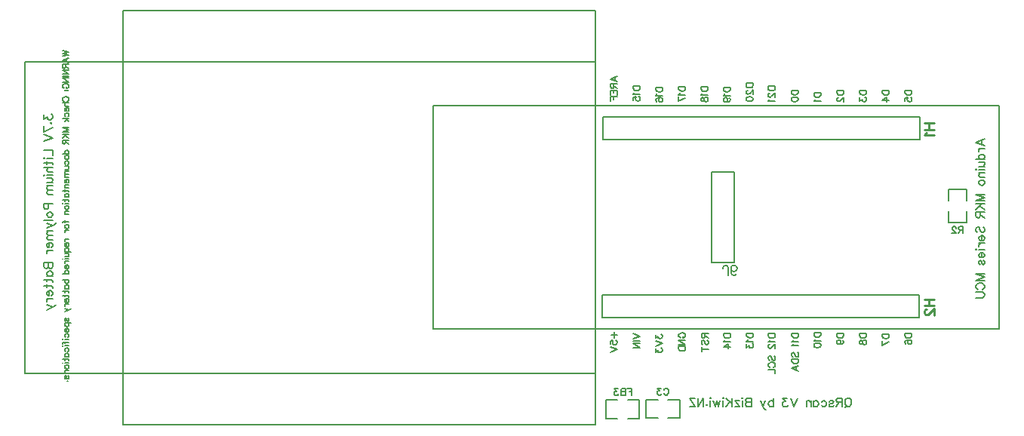
<source format=gbo>
G04 Layer: BottomSilkscreenLayer*
G04 EasyEDA v6.4.31, 2022-02-02 03:50:30*
G04 0b916ec405ec4e9094bbf8359c402fb2,658f5e24285b455797eae137c281a567,10*
G04 Gerber Generator version 0.2*
G04 Scale: 100 percent, Rotated: No, Reflected: No *
G04 Dimensions in millimeters *
G04 leading zeros omitted , absolute positions ,4 integer and 5 decimal *
%FSLAX45Y45*%
%MOMM*%

%ADD20C,0.2030*%
%ADD21C,0.2032*%
%ADD22C,0.1999*%
%ADD23C,0.2500*%
%ADD24C,0.1524*%
%ADD25C,0.1500*%

%LPD*%
D21*
X7069373Y181729D02*
G01*
X7145736Y210820D01*
X7069373Y181729D02*
G01*
X7145736Y152638D01*
X7120282Y199910D02*
G01*
X7120282Y163548D01*
X7069373Y128638D02*
G01*
X7145736Y128638D01*
X7069373Y128638D02*
G01*
X7069373Y95910D01*
X7073008Y85001D01*
X7076645Y81366D01*
X7083917Y77729D01*
X7091189Y77729D01*
X7098464Y81366D01*
X7102099Y85001D01*
X7105736Y95910D01*
X7105736Y128638D01*
X7105736Y103184D02*
G01*
X7145736Y77729D01*
X7069373Y53728D02*
G01*
X7145736Y53728D01*
X7069373Y53728D02*
G01*
X7069373Y6456D01*
X7105736Y53728D02*
G01*
X7105736Y24637D01*
X7145736Y53728D02*
G01*
X7145736Y6456D01*
X7069373Y-17543D02*
G01*
X7145736Y-17543D01*
X7069373Y-17543D02*
G01*
X7069373Y-64815D01*
X7105736Y-17543D02*
G01*
X7105736Y-46634D01*
X7323373Y104139D02*
G01*
X7399736Y104139D01*
X7323373Y104139D02*
G01*
X7323373Y78686D01*
X7327008Y67777D01*
X7334283Y60502D01*
X7341555Y56868D01*
X7352464Y53230D01*
X7370645Y53230D01*
X7381554Y56868D01*
X7388826Y60502D01*
X7396099Y67777D01*
X7399736Y78686D01*
X7399736Y104139D01*
X7337917Y29230D02*
G01*
X7334283Y21958D01*
X7323373Y11048D01*
X7399736Y11048D01*
X7323373Y-56586D02*
G01*
X7323373Y-20223D01*
X7356099Y-16586D01*
X7352464Y-20223D01*
X7348827Y-31132D01*
X7348827Y-42042D01*
X7352464Y-52951D01*
X7359736Y-60223D01*
X7370645Y-63860D01*
X7377917Y-63860D01*
X7388826Y-60223D01*
X7396099Y-52951D01*
X7399736Y-42042D01*
X7399736Y-31132D01*
X7396099Y-20223D01*
X7392464Y-16586D01*
X7385189Y-12951D01*
X7577373Y91439D02*
G01*
X7653736Y91439D01*
X7577373Y91439D02*
G01*
X7577373Y65986D01*
X7581008Y55077D01*
X7588283Y47802D01*
X7595555Y44168D01*
X7606464Y40530D01*
X7624645Y40530D01*
X7635554Y44168D01*
X7642826Y47802D01*
X7650099Y55077D01*
X7653736Y65986D01*
X7653736Y91439D01*
X7591917Y16530D02*
G01*
X7588283Y9258D01*
X7577373Y-1651D01*
X7653736Y-1651D01*
X7588283Y-69286D02*
G01*
X7581008Y-65651D01*
X7577373Y-54742D01*
X7577373Y-47470D01*
X7581008Y-36560D01*
X7591917Y-29286D01*
X7610099Y-25651D01*
X7628282Y-25651D01*
X7642826Y-29286D01*
X7650099Y-36560D01*
X7653736Y-47470D01*
X7653736Y-51104D01*
X7650099Y-62014D01*
X7642826Y-69286D01*
X7631917Y-72923D01*
X7628282Y-72923D01*
X7617373Y-69286D01*
X7610099Y-62014D01*
X7606464Y-51104D01*
X7606464Y-47470D01*
X7610099Y-36560D01*
X7617373Y-29286D01*
X7628282Y-25651D01*
X7833913Y99060D02*
G01*
X7910276Y99060D01*
X7833913Y99060D02*
G01*
X7833913Y73606D01*
X7837548Y62697D01*
X7844823Y55422D01*
X7852095Y51788D01*
X7863004Y48150D01*
X7881185Y48150D01*
X7892094Y51788D01*
X7899366Y55422D01*
X7906638Y62697D01*
X7910276Y73606D01*
X7910276Y99060D01*
X7848457Y24150D02*
G01*
X7844823Y16878D01*
X7833913Y5969D01*
X7910276Y5969D01*
X7833913Y-68940D02*
G01*
X7910276Y-32575D01*
X7833913Y-18031D02*
G01*
X7833913Y-68940D01*
X8085373Y96520D02*
G01*
X8161736Y96520D01*
X8085373Y96520D02*
G01*
X8085373Y71066D01*
X8089008Y60157D01*
X8096283Y52882D01*
X8103555Y49248D01*
X8114464Y45610D01*
X8132645Y45610D01*
X8143554Y49248D01*
X8150826Y52882D01*
X8158099Y60157D01*
X8161736Y71066D01*
X8161736Y96520D01*
X8099917Y21610D02*
G01*
X8096283Y14338D01*
X8085373Y3429D01*
X8161736Y3429D01*
X8085373Y-38752D02*
G01*
X8089008Y-27843D01*
X8096283Y-24206D01*
X8103555Y-24206D01*
X8110827Y-27843D01*
X8114464Y-35115D01*
X8118099Y-49662D01*
X8121736Y-60571D01*
X8129008Y-67843D01*
X8136282Y-71480D01*
X8147189Y-71480D01*
X8154464Y-67843D01*
X8158099Y-64206D01*
X8161736Y-53296D01*
X8161736Y-38752D01*
X8158099Y-27843D01*
X8154464Y-24206D01*
X8147189Y-20571D01*
X8136282Y-20571D01*
X8129008Y-24206D01*
X8121736Y-31480D01*
X8118099Y-42390D01*
X8114464Y-56934D01*
X8110827Y-64206D01*
X8103555Y-67843D01*
X8096283Y-67843D01*
X8089008Y-64206D01*
X8085373Y-53296D01*
X8085373Y-38752D01*
X8334293Y91439D02*
G01*
X8410656Y91439D01*
X8334293Y91439D02*
G01*
X8334293Y65986D01*
X8337928Y55077D01*
X8345203Y47802D01*
X8352475Y44168D01*
X8363384Y40530D01*
X8381565Y40530D01*
X8392474Y44168D01*
X8399746Y47802D01*
X8407018Y55077D01*
X8410656Y65986D01*
X8410656Y91439D01*
X8348837Y16530D02*
G01*
X8345203Y9258D01*
X8334293Y-1651D01*
X8410656Y-1651D01*
X8359747Y-72923D02*
G01*
X8370656Y-69286D01*
X8377928Y-62014D01*
X8381565Y-51104D01*
X8381565Y-47470D01*
X8377928Y-36560D01*
X8370656Y-29286D01*
X8359747Y-25651D01*
X8356109Y-25651D01*
X8345203Y-29286D01*
X8337928Y-36560D01*
X8334293Y-47470D01*
X8334293Y-51104D01*
X8337928Y-62014D01*
X8345203Y-69286D01*
X8359747Y-72923D01*
X8377928Y-72923D01*
X8396109Y-69286D01*
X8407018Y-62014D01*
X8410656Y-51104D01*
X8410656Y-43832D01*
X8407018Y-32923D01*
X8399746Y-29286D01*
X8590833Y134620D02*
G01*
X8667196Y134620D01*
X8590833Y134620D02*
G01*
X8590833Y109166D01*
X8594468Y98257D01*
X8601743Y90982D01*
X8609015Y87348D01*
X8619924Y83710D01*
X8638105Y83710D01*
X8649014Y87348D01*
X8656286Y90982D01*
X8663559Y98257D01*
X8667196Y109166D01*
X8667196Y134620D01*
X8609015Y56075D02*
G01*
X8605377Y56075D01*
X8598105Y52438D01*
X8594468Y48801D01*
X8590833Y41529D01*
X8590833Y26984D01*
X8594468Y19710D01*
X8598105Y16075D01*
X8605377Y12438D01*
X8612649Y12438D01*
X8619924Y16075D01*
X8630833Y23347D01*
X8667196Y59710D01*
X8667196Y8801D01*
X8590833Y-37015D02*
G01*
X8594468Y-26106D01*
X8605377Y-18834D01*
X8623559Y-15196D01*
X8634468Y-15196D01*
X8652649Y-18834D01*
X8663559Y-26106D01*
X8667196Y-37015D01*
X8667196Y-44289D01*
X8663559Y-55196D01*
X8652649Y-62471D01*
X8634468Y-66106D01*
X8623559Y-66106D01*
X8605377Y-62471D01*
X8594468Y-55196D01*
X8590833Y-44289D01*
X8590833Y-37015D01*
X8837213Y101600D02*
G01*
X8913576Y101600D01*
X8837213Y101600D02*
G01*
X8837213Y76146D01*
X8840848Y65237D01*
X8848123Y57962D01*
X8855395Y54328D01*
X8866304Y50690D01*
X8884485Y50690D01*
X8895394Y54328D01*
X8902666Y57962D01*
X8909938Y65237D01*
X8913576Y76146D01*
X8913576Y101600D01*
X8855395Y23055D02*
G01*
X8851757Y23055D01*
X8844485Y19418D01*
X8840848Y15781D01*
X8837213Y8509D01*
X8837213Y-6035D01*
X8840848Y-13309D01*
X8844485Y-16944D01*
X8851757Y-20581D01*
X8859029Y-20581D01*
X8866304Y-16944D01*
X8877213Y-9672D01*
X8913576Y26690D01*
X8913576Y-24218D01*
X8851757Y-48216D02*
G01*
X8848123Y-55491D01*
X8837213Y-66400D01*
X8913576Y-66400D01*
X9096293Y55879D02*
G01*
X9172656Y55879D01*
X9096293Y55879D02*
G01*
X9096293Y30426D01*
X9099928Y19517D01*
X9107203Y12242D01*
X9114475Y8608D01*
X9125384Y4970D01*
X9143565Y4970D01*
X9154474Y8608D01*
X9161746Y12242D01*
X9169018Y19517D01*
X9172656Y30426D01*
X9172656Y55879D01*
X9096293Y-40848D02*
G01*
X9099928Y-29938D01*
X9110837Y-22664D01*
X9129019Y-19029D01*
X9139928Y-19029D01*
X9158109Y-22664D01*
X9169018Y-29938D01*
X9172656Y-40848D01*
X9172656Y-48120D01*
X9169018Y-59029D01*
X9158109Y-66301D01*
X9139928Y-69938D01*
X9129019Y-69938D01*
X9110837Y-66301D01*
X9099928Y-59029D01*
X9096293Y-48120D01*
X9096293Y-40848D01*
X9350293Y27939D02*
G01*
X9426656Y27939D01*
X9350293Y27939D02*
G01*
X9350293Y2486D01*
X9353928Y-8422D01*
X9361203Y-15697D01*
X9368475Y-19331D01*
X9379384Y-22969D01*
X9397565Y-22969D01*
X9408474Y-19331D01*
X9415746Y-15697D01*
X9423018Y-8422D01*
X9426656Y2486D01*
X9426656Y27939D01*
X9364837Y-46969D02*
G01*
X9361203Y-54241D01*
X9350293Y-65151D01*
X9426656Y-65151D01*
X9609373Y53339D02*
G01*
X9685736Y53339D01*
X9609373Y53339D02*
G01*
X9609373Y27886D01*
X9613008Y16977D01*
X9620283Y9702D01*
X9627555Y6068D01*
X9638464Y2430D01*
X9656645Y2430D01*
X9667554Y6068D01*
X9674826Y9702D01*
X9682099Y16977D01*
X9685736Y27886D01*
X9685736Y53339D01*
X9627555Y-25204D02*
G01*
X9623917Y-25204D01*
X9616645Y-28841D01*
X9613008Y-32478D01*
X9609373Y-39751D01*
X9609373Y-54295D01*
X9613008Y-61569D01*
X9616645Y-65204D01*
X9623917Y-68841D01*
X9631189Y-68841D01*
X9638464Y-65204D01*
X9649373Y-57932D01*
X9685736Y-21569D01*
X9685736Y-72478D01*
X9863373Y55879D02*
G01*
X9939736Y55879D01*
X9863373Y55879D02*
G01*
X9863373Y30426D01*
X9867008Y19517D01*
X9874283Y12242D01*
X9881555Y8608D01*
X9892464Y4970D01*
X9910645Y4970D01*
X9921554Y8608D01*
X9928826Y12242D01*
X9936099Y19517D01*
X9939736Y30426D01*
X9939736Y55879D01*
X9863373Y-26301D02*
G01*
X9863373Y-66301D01*
X9892464Y-44483D01*
X9892464Y-55392D01*
X9896099Y-62664D01*
X9899736Y-66301D01*
X9910645Y-69938D01*
X9917917Y-69938D01*
X9928826Y-66301D01*
X9936099Y-59029D01*
X9939736Y-48120D01*
X9939736Y-37211D01*
X9936099Y-26301D01*
X9932464Y-22664D01*
X9925189Y-19029D01*
X10119913Y53339D02*
G01*
X10196276Y53339D01*
X10119913Y53339D02*
G01*
X10119913Y27886D01*
X10123548Y16977D01*
X10130823Y9702D01*
X10138095Y6068D01*
X10149004Y2430D01*
X10167185Y2430D01*
X10178094Y6068D01*
X10185366Y9702D01*
X10192638Y16977D01*
X10196276Y27886D01*
X10196276Y53339D01*
X10119913Y-57932D02*
G01*
X10170822Y-21569D01*
X10170822Y-76113D01*
X10119913Y-57932D02*
G01*
X10196276Y-57932D01*
X10373913Y53339D02*
G01*
X10450276Y53339D01*
X10373913Y53339D02*
G01*
X10373913Y27886D01*
X10377548Y16977D01*
X10384823Y9702D01*
X10392095Y6068D01*
X10403004Y2430D01*
X10421185Y2430D01*
X10432094Y6068D01*
X10439366Y9702D01*
X10446638Y16977D01*
X10450276Y27886D01*
X10450276Y53339D01*
X10373913Y-65204D02*
G01*
X10373913Y-28841D01*
X10406639Y-25204D01*
X10403004Y-28841D01*
X10399367Y-39751D01*
X10399367Y-50660D01*
X10403004Y-61569D01*
X10410276Y-68841D01*
X10421185Y-72478D01*
X10428457Y-72478D01*
X10439366Y-68841D01*
X10446638Y-61569D01*
X10450276Y-50660D01*
X10450276Y-39751D01*
X10446638Y-28841D01*
X10443004Y-25204D01*
X10435729Y-21569D01*
X7075203Y-2692107D02*
G01*
X7140656Y-2692107D01*
X7107928Y-2659379D02*
G01*
X7107928Y-2724833D01*
X7064293Y-2792470D02*
G01*
X7064293Y-2756108D01*
X7097019Y-2752470D01*
X7093384Y-2756108D01*
X7089747Y-2767015D01*
X7089747Y-2777924D01*
X7093384Y-2788833D01*
X7100656Y-2796108D01*
X7111565Y-2799742D01*
X7118837Y-2799742D01*
X7129746Y-2796108D01*
X7137018Y-2788833D01*
X7140656Y-2777924D01*
X7140656Y-2767015D01*
X7137018Y-2756108D01*
X7133384Y-2752470D01*
X7126109Y-2748833D01*
X7064293Y-2823743D02*
G01*
X7140656Y-2852834D01*
X7064293Y-2881924D02*
G01*
X7140656Y-2852834D01*
X7318293Y-2674620D02*
G01*
X7394656Y-2703710D01*
X7318293Y-2732801D02*
G01*
X7394656Y-2703710D01*
X7318293Y-2756801D02*
G01*
X7394656Y-2756801D01*
X7318293Y-2780802D02*
G01*
X7394656Y-2780802D01*
X7318293Y-2780802D02*
G01*
X7394656Y-2831711D01*
X7318293Y-2831711D02*
G01*
X7394656Y-2831711D01*
X7572293Y-2686972D02*
G01*
X7572293Y-2726971D01*
X7601384Y-2705153D01*
X7601384Y-2716062D01*
X7605019Y-2723337D01*
X7608656Y-2726971D01*
X7619565Y-2730609D01*
X7626837Y-2730609D01*
X7637746Y-2726971D01*
X7645018Y-2719699D01*
X7648656Y-2708790D01*
X7648656Y-2697881D01*
X7645018Y-2686972D01*
X7641384Y-2683337D01*
X7634109Y-2679700D01*
X7572293Y-2754609D02*
G01*
X7648656Y-2783700D01*
X7572293Y-2812790D02*
G01*
X7648656Y-2783700D01*
X7572293Y-2844063D02*
G01*
X7572293Y-2884063D01*
X7601384Y-2862244D01*
X7601384Y-2873154D01*
X7605019Y-2880426D01*
X7608656Y-2884063D01*
X7619565Y-2887700D01*
X7626837Y-2887700D01*
X7637746Y-2884063D01*
X7645018Y-2876791D01*
X7648656Y-2865881D01*
X7648656Y-2854972D01*
X7645018Y-2844063D01*
X7641384Y-2840426D01*
X7634109Y-2836791D01*
X7852095Y-2721546D02*
G01*
X7844823Y-2717909D01*
X7837548Y-2710637D01*
X7833913Y-2703362D01*
X7833913Y-2688818D01*
X7837548Y-2681546D01*
X7844823Y-2674272D01*
X7852095Y-2670637D01*
X7863004Y-2667000D01*
X7881185Y-2667000D01*
X7892094Y-2670637D01*
X7899366Y-2674272D01*
X7906638Y-2681546D01*
X7910276Y-2688818D01*
X7910276Y-2703362D01*
X7906638Y-2710637D01*
X7899366Y-2717909D01*
X7892094Y-2721546D01*
X7881185Y-2721546D01*
X7881185Y-2703362D02*
G01*
X7881185Y-2721546D01*
X7833913Y-2745544D02*
G01*
X7910276Y-2745544D01*
X7833913Y-2745544D02*
G01*
X7910276Y-2796453D01*
X7833913Y-2796453D02*
G01*
X7910276Y-2796453D01*
X7833913Y-2820454D02*
G01*
X7910276Y-2820454D01*
X7833913Y-2820454D02*
G01*
X7833913Y-2845909D01*
X7837548Y-2856816D01*
X7844823Y-2864091D01*
X7852095Y-2867726D01*
X7863004Y-2871363D01*
X7881185Y-2871363D01*
X7892094Y-2867726D01*
X7899366Y-2864091D01*
X7906638Y-2856816D01*
X7910276Y-2845909D01*
X7910276Y-2820454D01*
X8090453Y-2672079D02*
G01*
X8166816Y-2672079D01*
X8090453Y-2672079D02*
G01*
X8090453Y-2704807D01*
X8094088Y-2715717D01*
X8097725Y-2719351D01*
X8104997Y-2722989D01*
X8112269Y-2722989D01*
X8119544Y-2719351D01*
X8123179Y-2715717D01*
X8126816Y-2704807D01*
X8126816Y-2672079D01*
X8126816Y-2697533D02*
G01*
X8166816Y-2722989D01*
X8101363Y-2797898D02*
G01*
X8094088Y-2790624D01*
X8090453Y-2779715D01*
X8090453Y-2765170D01*
X8094088Y-2754261D01*
X8101363Y-2746989D01*
X8108635Y-2746989D01*
X8115907Y-2750624D01*
X8119544Y-2754261D01*
X8123179Y-2761533D01*
X8130453Y-2783352D01*
X8134088Y-2790624D01*
X8137725Y-2794261D01*
X8144997Y-2797898D01*
X8155906Y-2797898D01*
X8163179Y-2790624D01*
X8166816Y-2779715D01*
X8166816Y-2765170D01*
X8163179Y-2754261D01*
X8155906Y-2746989D01*
X8090453Y-2847352D02*
G01*
X8166816Y-2847352D01*
X8090453Y-2821896D02*
G01*
X8090453Y-2872806D01*
X8339373Y-2674620D02*
G01*
X8415736Y-2674620D01*
X8339373Y-2674620D02*
G01*
X8339373Y-2700073D01*
X8343008Y-2710982D01*
X8350283Y-2718257D01*
X8357555Y-2721891D01*
X8368464Y-2725529D01*
X8386645Y-2725529D01*
X8397554Y-2721891D01*
X8404826Y-2718257D01*
X8412099Y-2710982D01*
X8415736Y-2700073D01*
X8415736Y-2674620D01*
X8353917Y-2749529D02*
G01*
X8350283Y-2756801D01*
X8339373Y-2767711D01*
X8415736Y-2767711D01*
X8339373Y-2828074D02*
G01*
X8390282Y-2791711D01*
X8390282Y-2846255D01*
X8339373Y-2828074D02*
G01*
X8415736Y-2828074D01*
X8595913Y-2669539D02*
G01*
X8672276Y-2669539D01*
X8595913Y-2669539D02*
G01*
X8595913Y-2694993D01*
X8599548Y-2705902D01*
X8606823Y-2713177D01*
X8614095Y-2716811D01*
X8625004Y-2720449D01*
X8643185Y-2720449D01*
X8654094Y-2716811D01*
X8661366Y-2713177D01*
X8668638Y-2705902D01*
X8672276Y-2694993D01*
X8672276Y-2669539D01*
X8610457Y-2744449D02*
G01*
X8606823Y-2751721D01*
X8595913Y-2762630D01*
X8672276Y-2762630D01*
X8595913Y-2793903D02*
G01*
X8595913Y-2833903D01*
X8625004Y-2812084D01*
X8625004Y-2822994D01*
X8628639Y-2830266D01*
X8632276Y-2833903D01*
X8643185Y-2837540D01*
X8650457Y-2837540D01*
X8661366Y-2833903D01*
X8668638Y-2826631D01*
X8672276Y-2815722D01*
X8672276Y-2804812D01*
X8668638Y-2793903D01*
X8665004Y-2790266D01*
X8657729Y-2786631D01*
X8839753Y-2674620D02*
G01*
X8916116Y-2674620D01*
X8839753Y-2674620D02*
G01*
X8839753Y-2700073D01*
X8843388Y-2710982D01*
X8850663Y-2718257D01*
X8857935Y-2721891D01*
X8868844Y-2725529D01*
X8887025Y-2725529D01*
X8897934Y-2721891D01*
X8905206Y-2718257D01*
X8912479Y-2710982D01*
X8916116Y-2700073D01*
X8916116Y-2674620D01*
X8854297Y-2749529D02*
G01*
X8850663Y-2756801D01*
X8839753Y-2767711D01*
X8916116Y-2767711D01*
X8857935Y-2795346D02*
G01*
X8854297Y-2795346D01*
X8847025Y-2798983D01*
X8843388Y-2802620D01*
X8839753Y-2809892D01*
X8839753Y-2824436D01*
X8843388Y-2831711D01*
X8847025Y-2835346D01*
X8854297Y-2838983D01*
X8861569Y-2838983D01*
X8868844Y-2835346D01*
X8879753Y-2828074D01*
X8916116Y-2791711D01*
X8916116Y-2842620D01*
X8850663Y-2973529D02*
G01*
X8843388Y-2966255D01*
X8839753Y-2955345D01*
X8839753Y-2940801D01*
X8843388Y-2929892D01*
X8850663Y-2922620D01*
X8857935Y-2922620D01*
X8865207Y-2926255D01*
X8868844Y-2929892D01*
X8872479Y-2937164D01*
X8879753Y-2958983D01*
X8883388Y-2966255D01*
X8887025Y-2969892D01*
X8894297Y-2973529D01*
X8905206Y-2973529D01*
X8912479Y-2966255D01*
X8916116Y-2955345D01*
X8916116Y-2940801D01*
X8912479Y-2929892D01*
X8905206Y-2922620D01*
X8857935Y-3052074D02*
G01*
X8850663Y-3048436D01*
X8843388Y-3041164D01*
X8839753Y-3033892D01*
X8839753Y-3019346D01*
X8843388Y-3012074D01*
X8850663Y-3004802D01*
X8857935Y-3001164D01*
X8868844Y-2997527D01*
X8887025Y-2997527D01*
X8897934Y-3001164D01*
X8905206Y-3004802D01*
X8912479Y-3012074D01*
X8916116Y-3019346D01*
X8916116Y-3033892D01*
X8912479Y-3041164D01*
X8905206Y-3048436D01*
X8897934Y-3052074D01*
X8839753Y-3076074D02*
G01*
X8916116Y-3076074D01*
X8916116Y-3076074D02*
G01*
X8916116Y-3119709D01*
X9103913Y-2672079D02*
G01*
X9180276Y-2672079D01*
X9103913Y-2672079D02*
G01*
X9103913Y-2697533D01*
X9107548Y-2708442D01*
X9114823Y-2715717D01*
X9122095Y-2719351D01*
X9133004Y-2722989D01*
X9151185Y-2722989D01*
X9162094Y-2719351D01*
X9169366Y-2715717D01*
X9176638Y-2708442D01*
X9180276Y-2697533D01*
X9180276Y-2672079D01*
X9118457Y-2746989D02*
G01*
X9114823Y-2754261D01*
X9103913Y-2765170D01*
X9180276Y-2765170D01*
X9118457Y-2789171D02*
G01*
X9114823Y-2796443D01*
X9103913Y-2807352D01*
X9180276Y-2807352D01*
X9114823Y-2938261D02*
G01*
X9107548Y-2930989D01*
X9103913Y-2920080D01*
X9103913Y-2905533D01*
X9107548Y-2894624D01*
X9114823Y-2887352D01*
X9122095Y-2887352D01*
X9129367Y-2890989D01*
X9133004Y-2894624D01*
X9136639Y-2901896D01*
X9143913Y-2923715D01*
X9147548Y-2930989D01*
X9151185Y-2934624D01*
X9158457Y-2938261D01*
X9169366Y-2938261D01*
X9176638Y-2930989D01*
X9180276Y-2920080D01*
X9180276Y-2905533D01*
X9176638Y-2894624D01*
X9169366Y-2887352D01*
X9103913Y-2962262D02*
G01*
X9180276Y-2962262D01*
X9103913Y-2962262D02*
G01*
X9103913Y-2987715D01*
X9107548Y-2998624D01*
X9114823Y-3005896D01*
X9122095Y-3009534D01*
X9133004Y-3013168D01*
X9151185Y-3013168D01*
X9162094Y-3009534D01*
X9169366Y-3005896D01*
X9176638Y-2998624D01*
X9180276Y-2987715D01*
X9180276Y-2962262D01*
X9103913Y-3066260D02*
G01*
X9180276Y-3037169D01*
X9103913Y-3066260D02*
G01*
X9180276Y-3095350D01*
X9154822Y-3048078D02*
G01*
X9154822Y-3084443D01*
X9350293Y-2664460D02*
G01*
X9426656Y-2664460D01*
X9350293Y-2664460D02*
G01*
X9350293Y-2689913D01*
X9353928Y-2700822D01*
X9361203Y-2708097D01*
X9368475Y-2711731D01*
X9379384Y-2715369D01*
X9397565Y-2715369D01*
X9408474Y-2711731D01*
X9415746Y-2708097D01*
X9423018Y-2700822D01*
X9426656Y-2689913D01*
X9426656Y-2664460D01*
X9364837Y-2739369D02*
G01*
X9361203Y-2746641D01*
X9350293Y-2757551D01*
X9426656Y-2757551D01*
X9350293Y-2803370D02*
G01*
X9353928Y-2792460D01*
X9364837Y-2785186D01*
X9383019Y-2781551D01*
X9393928Y-2781551D01*
X9412109Y-2785186D01*
X9423018Y-2792460D01*
X9426656Y-2803370D01*
X9426656Y-2810642D01*
X9423018Y-2821551D01*
X9412109Y-2828823D01*
X9393928Y-2832460D01*
X9383019Y-2832460D01*
X9364837Y-2828823D01*
X9353928Y-2821551D01*
X9350293Y-2810642D01*
X9350293Y-2803370D01*
X9606833Y-2672079D02*
G01*
X9683196Y-2672079D01*
X9606833Y-2672079D02*
G01*
X9606833Y-2697533D01*
X9610468Y-2708442D01*
X9617743Y-2715717D01*
X9625015Y-2719351D01*
X9635924Y-2722989D01*
X9654105Y-2722989D01*
X9665014Y-2719351D01*
X9672286Y-2715717D01*
X9679559Y-2708442D01*
X9683196Y-2697533D01*
X9683196Y-2672079D01*
X9632287Y-2794261D02*
G01*
X9643196Y-2790624D01*
X9650468Y-2783352D01*
X9654105Y-2772443D01*
X9654105Y-2768808D01*
X9650468Y-2757898D01*
X9643196Y-2750624D01*
X9632287Y-2746989D01*
X9628649Y-2746989D01*
X9617743Y-2750624D01*
X9610468Y-2757898D01*
X9606833Y-2768808D01*
X9606833Y-2772443D01*
X9610468Y-2783352D01*
X9617743Y-2790624D01*
X9632287Y-2794261D01*
X9650468Y-2794261D01*
X9668649Y-2790624D01*
X9679559Y-2783352D01*
X9683196Y-2772443D01*
X9683196Y-2765170D01*
X9679559Y-2754261D01*
X9672286Y-2750624D01*
X9863373Y-2672079D02*
G01*
X9939736Y-2672079D01*
X9863373Y-2672079D02*
G01*
X9863373Y-2697533D01*
X9867008Y-2708442D01*
X9874283Y-2715717D01*
X9881555Y-2719351D01*
X9892464Y-2722989D01*
X9910645Y-2722989D01*
X9921554Y-2719351D01*
X9928826Y-2715717D01*
X9936099Y-2708442D01*
X9939736Y-2697533D01*
X9939736Y-2672079D01*
X9863373Y-2765170D02*
G01*
X9867008Y-2754261D01*
X9874283Y-2750624D01*
X9881555Y-2750624D01*
X9888827Y-2754261D01*
X9892464Y-2761533D01*
X9896099Y-2776080D01*
X9899736Y-2786989D01*
X9907008Y-2794261D01*
X9914282Y-2797898D01*
X9925189Y-2797898D01*
X9932464Y-2794261D01*
X9936099Y-2790624D01*
X9939736Y-2779715D01*
X9939736Y-2765170D01*
X9936099Y-2754261D01*
X9932464Y-2750624D01*
X9925189Y-2746989D01*
X9914282Y-2746989D01*
X9907008Y-2750624D01*
X9899736Y-2757898D01*
X9896099Y-2768808D01*
X9892464Y-2783352D01*
X9888827Y-2790624D01*
X9881555Y-2794261D01*
X9874283Y-2794261D01*
X9867008Y-2790624D01*
X9863373Y-2779715D01*
X9863373Y-2765170D01*
X10117373Y-2679700D02*
G01*
X10193736Y-2679700D01*
X10117373Y-2679700D02*
G01*
X10117373Y-2705153D01*
X10121008Y-2716062D01*
X10128283Y-2723337D01*
X10135555Y-2726971D01*
X10146464Y-2730609D01*
X10164645Y-2730609D01*
X10175554Y-2726971D01*
X10182826Y-2723337D01*
X10190099Y-2716062D01*
X10193736Y-2705153D01*
X10193736Y-2679700D01*
X10117373Y-2805518D02*
G01*
X10193736Y-2769153D01*
X10117373Y-2754609D02*
G01*
X10117373Y-2805518D01*
X10371373Y-2672079D02*
G01*
X10447736Y-2672079D01*
X10371373Y-2672079D02*
G01*
X10371373Y-2697533D01*
X10375008Y-2708442D01*
X10382283Y-2715717D01*
X10389555Y-2719351D01*
X10400464Y-2722989D01*
X10418645Y-2722989D01*
X10429554Y-2719351D01*
X10436826Y-2715717D01*
X10444099Y-2708442D01*
X10447736Y-2697533D01*
X10447736Y-2672079D01*
X10382283Y-2790624D02*
G01*
X10375008Y-2786989D01*
X10371373Y-2776080D01*
X10371373Y-2768808D01*
X10375008Y-2757898D01*
X10385917Y-2750624D01*
X10404099Y-2746989D01*
X10422282Y-2746989D01*
X10436826Y-2750624D01*
X10444099Y-2757898D01*
X10447736Y-2768808D01*
X10447736Y-2772443D01*
X10444099Y-2783352D01*
X10436826Y-2790624D01*
X10425917Y-2794261D01*
X10422282Y-2794261D01*
X10411373Y-2790624D01*
X10404099Y-2783352D01*
X10400464Y-2772443D01*
X10400464Y-2768808D01*
X10404099Y-2757898D01*
X10411373Y-2750624D01*
X10422282Y-2746989D01*
X9743671Y-3397595D02*
G01*
X9752906Y-3402215D01*
X9762144Y-3411451D01*
X9766762Y-3420686D01*
X9771379Y-3434542D01*
X9771379Y-3457633D01*
X9766762Y-3471486D01*
X9762144Y-3480724D01*
X9752906Y-3489960D01*
X9743671Y-3494577D01*
X9725197Y-3494577D01*
X9715962Y-3489960D01*
X9706724Y-3480724D01*
X9702106Y-3471486D01*
X9697488Y-3457633D01*
X9697488Y-3434542D01*
X9702106Y-3420686D01*
X9706724Y-3411451D01*
X9715962Y-3402215D01*
X9725197Y-3397595D01*
X9743671Y-3397595D01*
X9729815Y-3476104D02*
G01*
X9702106Y-3503815D01*
X9667008Y-3397595D02*
G01*
X9667008Y-3494577D01*
X9667008Y-3397595D02*
G01*
X9625444Y-3397595D01*
X9611591Y-3402215D01*
X9606973Y-3406833D01*
X9602355Y-3416068D01*
X9602355Y-3425304D01*
X9606973Y-3434542D01*
X9611591Y-3439160D01*
X9625444Y-3443777D01*
X9667008Y-3443777D01*
X9634682Y-3443777D02*
G01*
X9602355Y-3494577D01*
X9521075Y-3443777D02*
G01*
X9525693Y-3434542D01*
X9539546Y-3429924D01*
X9553402Y-3429924D01*
X9567255Y-3434542D01*
X9571875Y-3443777D01*
X9567255Y-3453015D01*
X9558020Y-3457633D01*
X9534928Y-3462251D01*
X9525693Y-3466868D01*
X9521075Y-3476104D01*
X9521075Y-3480724D01*
X9525693Y-3489960D01*
X9539546Y-3494577D01*
X9553402Y-3494577D01*
X9567255Y-3489960D01*
X9571875Y-3480724D01*
X9435175Y-3443777D02*
G01*
X9444413Y-3434542D01*
X9453648Y-3429924D01*
X9467504Y-3429924D01*
X9476740Y-3434542D01*
X9485975Y-3443777D01*
X9490595Y-3457633D01*
X9490595Y-3466868D01*
X9485975Y-3480724D01*
X9476740Y-3489960D01*
X9467504Y-3494577D01*
X9453648Y-3494577D01*
X9444413Y-3489960D01*
X9435175Y-3480724D01*
X9349277Y-3429924D02*
G01*
X9349277Y-3494577D01*
X9349277Y-3443777D02*
G01*
X9358515Y-3434542D01*
X9367751Y-3429924D01*
X9381604Y-3429924D01*
X9390842Y-3434542D01*
X9400077Y-3443777D01*
X9404695Y-3457633D01*
X9404695Y-3466868D01*
X9400077Y-3480724D01*
X9390842Y-3489960D01*
X9381604Y-3494577D01*
X9367751Y-3494577D01*
X9358515Y-3489960D01*
X9349277Y-3480724D01*
X9318797Y-3429924D02*
G01*
X9318797Y-3494577D01*
X9318797Y-3448395D02*
G01*
X9304944Y-3434542D01*
X9295706Y-3429924D01*
X9281853Y-3429924D01*
X9272615Y-3434542D01*
X9267997Y-3448395D01*
X9267997Y-3494577D01*
X9166397Y-3397595D02*
G01*
X9129453Y-3494577D01*
X9092506Y-3397595D02*
G01*
X9129453Y-3494577D01*
X9052791Y-3397595D02*
G01*
X9001991Y-3397595D01*
X9029700Y-3434542D01*
X9015844Y-3434542D01*
X9006608Y-3439160D01*
X9001991Y-3443777D01*
X8997373Y-3457633D01*
X8997373Y-3466868D01*
X9001991Y-3480724D01*
X9011226Y-3489960D01*
X9025082Y-3494577D01*
X9038935Y-3494577D01*
X9052791Y-3489960D01*
X9057408Y-3485342D01*
X9062026Y-3476104D01*
X8895773Y-3397595D02*
G01*
X8895773Y-3494577D01*
X8895773Y-3443777D02*
G01*
X8886535Y-3434542D01*
X8877300Y-3429924D01*
X8863444Y-3429924D01*
X8854208Y-3434542D01*
X8844973Y-3443777D01*
X8840355Y-3457633D01*
X8840355Y-3466868D01*
X8844973Y-3480724D01*
X8854208Y-3489960D01*
X8863444Y-3494577D01*
X8877300Y-3494577D01*
X8886535Y-3489960D01*
X8895773Y-3480724D01*
X8805255Y-3429924D02*
G01*
X8777546Y-3494577D01*
X8749837Y-3429924D02*
G01*
X8777546Y-3494577D01*
X8786784Y-3513051D01*
X8796020Y-3522286D01*
X8805255Y-3526904D01*
X8809875Y-3526904D01*
X8648237Y-3397595D02*
G01*
X8648237Y-3494577D01*
X8648237Y-3397595D02*
G01*
X8606675Y-3397595D01*
X8592820Y-3402215D01*
X8588202Y-3406833D01*
X8583584Y-3416068D01*
X8583584Y-3425304D01*
X8588202Y-3434542D01*
X8592820Y-3439160D01*
X8606675Y-3443777D01*
X8648237Y-3443777D02*
G01*
X8606675Y-3443777D01*
X8592820Y-3448395D01*
X8588202Y-3453015D01*
X8583584Y-3462251D01*
X8583584Y-3476104D01*
X8588202Y-3485342D01*
X8592820Y-3489960D01*
X8606675Y-3494577D01*
X8648237Y-3494577D01*
X8553104Y-3397595D02*
G01*
X8548484Y-3402215D01*
X8543866Y-3397595D01*
X8548484Y-3392977D01*
X8553104Y-3397595D01*
X8548484Y-3429924D02*
G01*
X8548484Y-3494577D01*
X8462586Y-3429924D02*
G01*
X8513386Y-3494577D01*
X8513386Y-3429924D02*
G01*
X8462586Y-3429924D01*
X8513386Y-3494577D02*
G01*
X8462586Y-3494577D01*
X8432106Y-3397595D02*
G01*
X8432106Y-3494577D01*
X8367453Y-3397595D02*
G01*
X8432106Y-3462251D01*
X8409015Y-3439160D02*
G01*
X8367453Y-3494577D01*
X8336973Y-3397595D02*
G01*
X8332355Y-3402215D01*
X8327735Y-3397595D01*
X8332355Y-3392977D01*
X8336973Y-3397595D01*
X8332355Y-3429924D02*
G01*
X8332355Y-3494577D01*
X8297255Y-3429924D02*
G01*
X8278784Y-3494577D01*
X8260311Y-3429924D02*
G01*
X8278784Y-3494577D01*
X8260311Y-3429924D02*
G01*
X8241837Y-3494577D01*
X8223364Y-3429924D02*
G01*
X8241837Y-3494577D01*
X8192884Y-3397595D02*
G01*
X8188266Y-3402215D01*
X8183648Y-3397595D01*
X8188266Y-3392977D01*
X8192884Y-3397595D01*
X8188266Y-3429924D02*
G01*
X8188266Y-3494577D01*
X8148551Y-3471486D02*
G01*
X8153168Y-3476104D01*
X8148551Y-3480724D01*
X8143933Y-3476104D01*
X8148551Y-3471486D01*
X8113453Y-3397595D02*
G01*
X8113453Y-3494577D01*
X8113453Y-3397595D02*
G01*
X8048797Y-3494577D01*
X8048797Y-3397595D02*
G01*
X8048797Y-3494577D01*
X7953664Y-3397595D02*
G01*
X8018317Y-3494577D01*
X8018317Y-3397595D02*
G01*
X7953664Y-3397595D01*
X8018317Y-3494577D02*
G01*
X7953664Y-3494577D01*
X11169995Y-527164D02*
G01*
X11266977Y-490220D01*
X11169995Y-527164D02*
G01*
X11266977Y-564111D01*
X11234651Y-504075D02*
G01*
X11234651Y-550255D01*
X11202324Y-594591D02*
G01*
X11266977Y-594591D01*
X11230033Y-594591D02*
G01*
X11216177Y-599208D01*
X11206942Y-608444D01*
X11202324Y-617682D01*
X11202324Y-631535D01*
X11169995Y-717435D02*
G01*
X11266977Y-717435D01*
X11216177Y-717435D02*
G01*
X11206942Y-708197D01*
X11202324Y-698962D01*
X11202324Y-685106D01*
X11206942Y-675871D01*
X11216177Y-666635D01*
X11230033Y-662015D01*
X11239268Y-662015D01*
X11253124Y-666635D01*
X11262359Y-675871D01*
X11266977Y-685106D01*
X11266977Y-698962D01*
X11262359Y-708197D01*
X11253124Y-717435D01*
X11202324Y-747915D02*
G01*
X11248504Y-747915D01*
X11262359Y-752533D01*
X11266977Y-761768D01*
X11266977Y-775624D01*
X11262359Y-784860D01*
X11248504Y-798715D01*
X11202324Y-798715D02*
G01*
X11266977Y-798715D01*
X11169995Y-829195D02*
G01*
X11174615Y-833813D01*
X11169995Y-838431D01*
X11165377Y-833813D01*
X11169995Y-829195D01*
X11202324Y-833813D02*
G01*
X11266977Y-833813D01*
X11202324Y-868911D02*
G01*
X11266977Y-868911D01*
X11220795Y-868911D02*
G01*
X11206942Y-882764D01*
X11202324Y-892002D01*
X11202324Y-905855D01*
X11206942Y-915093D01*
X11220795Y-919711D01*
X11266977Y-919711D01*
X11202324Y-973282D02*
G01*
X11206942Y-964044D01*
X11216177Y-954808D01*
X11230033Y-950191D01*
X11239268Y-950191D01*
X11253124Y-954808D01*
X11262359Y-964044D01*
X11266977Y-973282D01*
X11266977Y-987135D01*
X11262359Y-996373D01*
X11253124Y-1005608D01*
X11239268Y-1010226D01*
X11230033Y-1010226D01*
X11216177Y-1005608D01*
X11206942Y-996373D01*
X11202324Y-987135D01*
X11202324Y-973282D01*
X11169995Y-1111826D02*
G01*
X11266977Y-1111826D01*
X11169995Y-1111826D02*
G01*
X11266977Y-1148773D01*
X11169995Y-1185717D02*
G01*
X11266977Y-1148773D01*
X11169995Y-1185717D02*
G01*
X11266977Y-1185717D01*
X11169995Y-1216197D02*
G01*
X11266977Y-1216197D01*
X11169995Y-1280853D02*
G01*
X11234651Y-1216197D01*
X11211559Y-1239288D02*
G01*
X11266977Y-1280853D01*
X11169995Y-1311333D02*
G01*
X11266977Y-1311333D01*
X11169995Y-1311333D02*
G01*
X11169995Y-1352895D01*
X11174615Y-1366751D01*
X11179233Y-1371368D01*
X11188468Y-1375986D01*
X11197704Y-1375986D01*
X11206942Y-1371368D01*
X11211559Y-1366751D01*
X11216177Y-1352895D01*
X11216177Y-1311333D01*
X11216177Y-1343660D02*
G01*
X11266977Y-1375986D01*
X11183851Y-1542242D02*
G01*
X11174615Y-1533004D01*
X11169995Y-1519151D01*
X11169995Y-1500677D01*
X11174615Y-1486824D01*
X11183851Y-1477586D01*
X11193086Y-1477586D01*
X11202324Y-1482204D01*
X11206942Y-1486824D01*
X11211559Y-1496060D01*
X11220795Y-1523768D01*
X11225415Y-1533004D01*
X11230033Y-1537624D01*
X11239268Y-1542242D01*
X11253124Y-1542242D01*
X11262359Y-1533004D01*
X11266977Y-1519151D01*
X11266977Y-1500677D01*
X11262359Y-1486824D01*
X11253124Y-1477586D01*
X11230033Y-1572722D02*
G01*
X11230033Y-1628139D01*
X11220795Y-1628139D01*
X11211559Y-1623522D01*
X11206942Y-1618904D01*
X11202324Y-1609666D01*
X11202324Y-1595813D01*
X11206942Y-1586575D01*
X11216177Y-1577339D01*
X11230033Y-1572722D01*
X11239268Y-1572722D01*
X11253124Y-1577339D01*
X11262359Y-1586575D01*
X11266977Y-1595813D01*
X11266977Y-1609666D01*
X11262359Y-1618904D01*
X11253124Y-1628139D01*
X11202324Y-1658620D02*
G01*
X11266977Y-1658620D01*
X11230033Y-1658620D02*
G01*
X11216177Y-1663237D01*
X11206942Y-1672475D01*
X11202324Y-1681711D01*
X11202324Y-1695564D01*
X11169995Y-1726044D02*
G01*
X11174615Y-1730664D01*
X11169995Y-1735282D01*
X11165377Y-1730664D01*
X11169995Y-1726044D01*
X11202324Y-1730664D02*
G01*
X11266977Y-1730664D01*
X11230033Y-1765762D02*
G01*
X11230033Y-1821179D01*
X11220795Y-1821179D01*
X11211559Y-1816562D01*
X11206942Y-1811944D01*
X11202324Y-1802706D01*
X11202324Y-1788853D01*
X11206942Y-1779615D01*
X11216177Y-1770379D01*
X11230033Y-1765762D01*
X11239268Y-1765762D01*
X11253124Y-1770379D01*
X11262359Y-1779615D01*
X11266977Y-1788853D01*
X11266977Y-1802706D01*
X11262359Y-1811944D01*
X11253124Y-1821179D01*
X11216177Y-1902460D02*
G01*
X11206942Y-1897842D01*
X11202324Y-1883986D01*
X11202324Y-1870133D01*
X11206942Y-1856277D01*
X11216177Y-1851660D01*
X11225415Y-1856277D01*
X11230033Y-1865515D01*
X11234651Y-1888604D01*
X11239268Y-1897842D01*
X11248504Y-1902460D01*
X11253124Y-1902460D01*
X11262359Y-1897842D01*
X11266977Y-1883986D01*
X11266977Y-1870133D01*
X11262359Y-1856277D01*
X11253124Y-1851660D01*
X11169995Y-2004060D02*
G01*
X11266977Y-2004060D01*
X11169995Y-2004060D02*
G01*
X11266977Y-2041004D01*
X11169995Y-2077951D02*
G01*
X11266977Y-2041004D01*
X11169995Y-2077951D02*
G01*
X11266977Y-2077951D01*
X11193086Y-2177704D02*
G01*
X11183851Y-2173084D01*
X11174615Y-2163848D01*
X11169995Y-2154613D01*
X11169995Y-2136139D01*
X11174615Y-2126904D01*
X11183851Y-2117666D01*
X11193086Y-2113048D01*
X11206942Y-2108431D01*
X11230033Y-2108431D01*
X11243886Y-2113048D01*
X11253124Y-2117666D01*
X11262359Y-2126904D01*
X11266977Y-2136139D01*
X11266977Y-2154613D01*
X11262359Y-2163848D01*
X11253124Y-2173084D01*
X11243886Y-2177704D01*
X11169995Y-2208184D02*
G01*
X11239268Y-2208184D01*
X11253124Y-2212802D01*
X11262359Y-2222037D01*
X11266977Y-2235893D01*
X11266977Y-2245128D01*
X11262359Y-2258984D01*
X11253124Y-2268220D01*
X11239268Y-2272837D01*
X11169995Y-2272837D01*
X712815Y-220055D02*
G01*
X712815Y-270855D01*
X749762Y-243146D01*
X749762Y-257002D01*
X754379Y-266237D01*
X758997Y-270855D01*
X772853Y-275475D01*
X782088Y-275475D01*
X795944Y-270855D01*
X805179Y-261620D01*
X809797Y-247764D01*
X809797Y-233911D01*
X805179Y-220055D01*
X800562Y-215437D01*
X791324Y-210820D01*
X786706Y-310573D02*
G01*
X791324Y-305955D01*
X795944Y-310573D01*
X791324Y-315191D01*
X786706Y-310573D01*
X712815Y-410324D02*
G01*
X809797Y-364144D01*
X712815Y-345671D02*
G01*
X712815Y-410324D01*
X712815Y-440804D02*
G01*
X809797Y-477751D01*
X712815Y-514695D02*
G01*
X809797Y-477751D01*
X712815Y-616295D02*
G01*
X809797Y-616295D01*
X809797Y-616295D02*
G01*
X809797Y-671715D01*
X712815Y-702195D02*
G01*
X717435Y-706813D01*
X712815Y-711431D01*
X708197Y-706813D01*
X712815Y-702195D01*
X745144Y-706813D02*
G01*
X809797Y-706813D01*
X712815Y-755764D02*
G01*
X791324Y-755764D01*
X805179Y-760384D01*
X809797Y-769620D01*
X809797Y-778855D01*
X745144Y-741911D02*
G01*
X745144Y-774237D01*
X712815Y-809335D02*
G01*
X809797Y-809335D01*
X763615Y-809335D02*
G01*
X749762Y-823191D01*
X745144Y-832426D01*
X745144Y-846282D01*
X749762Y-855517D01*
X763615Y-860135D01*
X809797Y-860135D01*
X712815Y-890615D02*
G01*
X717435Y-895235D01*
X712815Y-899853D01*
X708197Y-895235D01*
X712815Y-890615D01*
X745144Y-895235D02*
G01*
X809797Y-895235D01*
X745144Y-930333D02*
G01*
X791324Y-930333D01*
X805179Y-934951D01*
X809797Y-944186D01*
X809797Y-958042D01*
X805179Y-967277D01*
X791324Y-981133D01*
X745144Y-981133D02*
G01*
X809797Y-981133D01*
X745144Y-1011613D02*
G01*
X809797Y-1011613D01*
X763615Y-1011613D02*
G01*
X749762Y-1025466D01*
X745144Y-1034704D01*
X745144Y-1048557D01*
X749762Y-1057795D01*
X763615Y-1062413D01*
X809797Y-1062413D01*
X763615Y-1062413D02*
G01*
X749762Y-1076266D01*
X745144Y-1085504D01*
X745144Y-1099357D01*
X749762Y-1108595D01*
X763615Y-1113213D01*
X809797Y-1113213D01*
X712815Y-1214813D02*
G01*
X809797Y-1214813D01*
X712815Y-1214813D02*
G01*
X712815Y-1256375D01*
X717435Y-1270231D01*
X722053Y-1274848D01*
X731288Y-1279466D01*
X745144Y-1279466D01*
X754379Y-1274848D01*
X758997Y-1270231D01*
X763615Y-1256375D01*
X763615Y-1214813D01*
X745144Y-1333037D02*
G01*
X749762Y-1323802D01*
X758997Y-1314564D01*
X772853Y-1309946D01*
X782088Y-1309946D01*
X795944Y-1314564D01*
X805179Y-1323802D01*
X809797Y-1333037D01*
X809797Y-1346893D01*
X805179Y-1356128D01*
X795944Y-1365364D01*
X782088Y-1369984D01*
X772853Y-1369984D01*
X758997Y-1365364D01*
X749762Y-1356128D01*
X745144Y-1346893D01*
X745144Y-1333037D01*
X712815Y-1400464D02*
G01*
X809797Y-1400464D01*
X745144Y-1435562D02*
G01*
X809797Y-1463271D01*
X745144Y-1490979D02*
G01*
X809797Y-1463271D01*
X828271Y-1454035D01*
X837506Y-1444797D01*
X842124Y-1435562D01*
X842124Y-1430944D01*
X745144Y-1521460D02*
G01*
X809797Y-1521460D01*
X763615Y-1521460D02*
G01*
X749762Y-1535315D01*
X745144Y-1544551D01*
X745144Y-1558404D01*
X749762Y-1567642D01*
X763615Y-1572260D01*
X809797Y-1572260D01*
X763615Y-1572260D02*
G01*
X749762Y-1586115D01*
X745144Y-1595351D01*
X745144Y-1609204D01*
X749762Y-1618442D01*
X763615Y-1623060D01*
X809797Y-1623060D01*
X772853Y-1653539D02*
G01*
X772853Y-1708957D01*
X763615Y-1708957D01*
X754379Y-1704339D01*
X749762Y-1699722D01*
X745144Y-1690484D01*
X745144Y-1676631D01*
X749762Y-1667395D01*
X758997Y-1658157D01*
X772853Y-1653539D01*
X782088Y-1653539D01*
X795944Y-1658157D01*
X805179Y-1667395D01*
X809797Y-1676631D01*
X809797Y-1690484D01*
X805179Y-1699722D01*
X795944Y-1708957D01*
X745144Y-1739437D02*
G01*
X809797Y-1739437D01*
X772853Y-1739437D02*
G01*
X758997Y-1744055D01*
X749762Y-1753293D01*
X745144Y-1762528D01*
X745144Y-1776384D01*
X712815Y-1877984D02*
G01*
X809797Y-1877984D01*
X712815Y-1877984D02*
G01*
X712815Y-1919546D01*
X717435Y-1933402D01*
X722053Y-1938020D01*
X731288Y-1942637D01*
X740524Y-1942637D01*
X749762Y-1938020D01*
X754379Y-1933402D01*
X758997Y-1919546D01*
X758997Y-1877984D02*
G01*
X758997Y-1919546D01*
X763615Y-1933402D01*
X768235Y-1938020D01*
X777471Y-1942637D01*
X791324Y-1942637D01*
X800562Y-1938020D01*
X805179Y-1933402D01*
X809797Y-1919546D01*
X809797Y-1877984D01*
X745144Y-2028535D02*
G01*
X809797Y-2028535D01*
X758997Y-2028535D02*
G01*
X749762Y-2019300D01*
X745144Y-2010064D01*
X745144Y-1996208D01*
X749762Y-1986973D01*
X758997Y-1977735D01*
X772853Y-1973117D01*
X782088Y-1973117D01*
X795944Y-1977735D01*
X805179Y-1986973D01*
X809797Y-1996208D01*
X809797Y-2010064D01*
X805179Y-2019300D01*
X795944Y-2028535D01*
X712815Y-2072871D02*
G01*
X791324Y-2072871D01*
X805179Y-2077488D01*
X809797Y-2086724D01*
X809797Y-2095962D01*
X745144Y-2059015D02*
G01*
X745144Y-2091344D01*
X712815Y-2140295D02*
G01*
X791324Y-2140295D01*
X805179Y-2144915D01*
X809797Y-2154151D01*
X809797Y-2163386D01*
X745144Y-2126442D02*
G01*
X745144Y-2158768D01*
X772853Y-2193866D02*
G01*
X772853Y-2249284D01*
X763615Y-2249284D01*
X754379Y-2244666D01*
X749762Y-2240048D01*
X745144Y-2230813D01*
X745144Y-2216957D01*
X749762Y-2207722D01*
X758997Y-2198484D01*
X772853Y-2193866D01*
X782088Y-2193866D01*
X795944Y-2198484D01*
X805179Y-2207722D01*
X809797Y-2216957D01*
X809797Y-2230813D01*
X805179Y-2240048D01*
X795944Y-2249284D01*
X745144Y-2279764D02*
G01*
X809797Y-2279764D01*
X772853Y-2279764D02*
G01*
X758997Y-2284384D01*
X749762Y-2293620D01*
X745144Y-2302855D01*
X745144Y-2316711D01*
X745144Y-2351808D02*
G01*
X809797Y-2379517D01*
X745144Y-2407226D02*
G01*
X809797Y-2379517D01*
X828271Y-2370282D01*
X837506Y-2361044D01*
X842124Y-2351808D01*
X842124Y-2347191D01*
X922502Y502920D02*
G01*
X989322Y487011D01*
X922502Y471101D02*
G01*
X989322Y487011D01*
X922502Y471101D02*
G01*
X989322Y455193D01*
X922502Y439282D02*
G01*
X989322Y455193D01*
X922502Y392828D02*
G01*
X989322Y418284D01*
X922502Y392828D02*
G01*
X989322Y367375D01*
X967049Y408739D02*
G01*
X967049Y376920D01*
X922502Y346374D02*
G01*
X989322Y346374D01*
X922502Y346374D02*
G01*
X922502Y317738D01*
X925685Y308193D01*
X928867Y305010D01*
X935230Y301828D01*
X941595Y301828D01*
X947958Y305010D01*
X951141Y308193D01*
X954321Y317738D01*
X954321Y346374D01*
X954321Y324101D02*
G01*
X989322Y301828D01*
X922502Y280830D02*
G01*
X989322Y280830D01*
X922502Y280830D02*
G01*
X989322Y236283D01*
X922502Y236283D02*
G01*
X989322Y236283D01*
X922502Y215282D02*
G01*
X989322Y215282D01*
X922502Y194284D02*
G01*
X989322Y194284D01*
X922502Y194284D02*
G01*
X989322Y149738D01*
X922502Y149738D02*
G01*
X989322Y149738D01*
X938413Y81010D02*
G01*
X932047Y84193D01*
X925685Y90556D01*
X922502Y96918D01*
X922502Y109646D01*
X925685Y116011D01*
X932047Y122374D01*
X938413Y125557D01*
X947958Y128737D01*
X963866Y128737D01*
X973411Y125557D01*
X979777Y122374D01*
X986139Y116011D01*
X989322Y109646D01*
X989322Y96918D01*
X986139Y90556D01*
X979777Y84193D01*
X973411Y81010D01*
X963866Y81010D01*
X963866Y96918D02*
G01*
X963866Y81010D01*
X951141Y56829D02*
G01*
X954321Y60010D01*
X957503Y56829D01*
X954321Y53647D01*
X951141Y56829D01*
X973411Y56829D02*
G01*
X976594Y60010D01*
X979777Y56829D01*
X976594Y53647D01*
X973411Y56829D01*
X938413Y-64079D02*
G01*
X932047Y-60899D01*
X925685Y-54533D01*
X922502Y-48171D01*
X922502Y-35443D01*
X925685Y-29080D01*
X932047Y-22715D01*
X938413Y-19535D01*
X947958Y-16352D01*
X963866Y-16352D01*
X973411Y-19535D01*
X979777Y-22715D01*
X986139Y-29080D01*
X989322Y-35443D01*
X989322Y-48171D01*
X986139Y-54533D01*
X979777Y-60899D01*
X973411Y-64079D01*
X922502Y-85079D02*
G01*
X989322Y-85079D01*
X957503Y-85079D02*
G01*
X947958Y-94625D01*
X944775Y-100987D01*
X944775Y-110535D01*
X947958Y-116898D01*
X957503Y-120081D01*
X989322Y-120081D01*
X963866Y-141079D02*
G01*
X963866Y-179263D01*
X957503Y-179263D01*
X951141Y-176080D01*
X947958Y-172897D01*
X944775Y-166535D01*
X944775Y-156989D01*
X947958Y-150624D01*
X954321Y-144261D01*
X963866Y-141079D01*
X970231Y-141079D01*
X979777Y-144261D01*
X986139Y-150624D01*
X989322Y-156989D01*
X989322Y-166535D01*
X986139Y-172897D01*
X979777Y-179263D01*
X954321Y-238442D02*
G01*
X947958Y-232079D01*
X944775Y-225717D01*
X944775Y-216171D01*
X947958Y-209806D01*
X954321Y-203443D01*
X963866Y-200261D01*
X970231Y-200261D01*
X979777Y-203443D01*
X986139Y-209806D01*
X989322Y-216171D01*
X989322Y-225717D01*
X986139Y-232079D01*
X979777Y-238442D01*
X922502Y-259443D02*
G01*
X989322Y-259443D01*
X944775Y-291261D02*
G01*
X976594Y-259443D01*
X963866Y-272171D02*
G01*
X989322Y-294444D01*
X922502Y-364444D02*
G01*
X989322Y-364444D01*
X922502Y-364444D02*
G01*
X989322Y-389897D01*
X922502Y-415353D02*
G01*
X989322Y-389897D01*
X922502Y-415353D02*
G01*
X989322Y-415353D01*
X922502Y-436351D02*
G01*
X989322Y-436351D01*
X922502Y-480898D02*
G01*
X967049Y-436351D01*
X951141Y-452262D02*
G01*
X989322Y-480898D01*
X922502Y-501898D02*
G01*
X989322Y-501898D01*
X922502Y-501898D02*
G01*
X922502Y-530534D01*
X925685Y-540080D01*
X928867Y-543262D01*
X935230Y-546442D01*
X941595Y-546442D01*
X947958Y-543262D01*
X951141Y-540080D01*
X954321Y-530534D01*
X954321Y-501898D01*
X954321Y-524169D02*
G01*
X989322Y-546442D01*
X922502Y-654626D02*
G01*
X989322Y-654626D01*
X954321Y-654626D02*
G01*
X947958Y-648261D01*
X944775Y-641898D01*
X944775Y-632353D01*
X947958Y-625988D01*
X954321Y-619625D01*
X963866Y-616442D01*
X970231Y-616442D01*
X979777Y-619625D01*
X986139Y-625988D01*
X989322Y-632353D01*
X989322Y-641898D01*
X986139Y-648261D01*
X979777Y-654626D01*
X944775Y-691535D02*
G01*
X947958Y-685170D01*
X954321Y-678807D01*
X963866Y-675624D01*
X970231Y-675624D01*
X979777Y-678807D01*
X986139Y-685170D01*
X989322Y-691535D01*
X989322Y-701080D01*
X986139Y-707443D01*
X979777Y-713806D01*
X970231Y-716988D01*
X963866Y-716988D01*
X954321Y-713806D01*
X947958Y-707443D01*
X944775Y-701080D01*
X944775Y-691535D01*
X954321Y-776170D02*
G01*
X947958Y-769807D01*
X944775Y-763442D01*
X944775Y-753897D01*
X947958Y-747534D01*
X954321Y-741171D01*
X963866Y-737989D01*
X970231Y-737989D01*
X979777Y-741171D01*
X986139Y-747534D01*
X989322Y-753897D01*
X989322Y-763442D01*
X986139Y-769807D01*
X979777Y-776170D01*
X944775Y-797171D02*
G01*
X976594Y-797171D01*
X986139Y-800351D01*
X989322Y-806716D01*
X989322Y-816262D01*
X986139Y-822624D01*
X976594Y-832170D01*
X944775Y-832170D02*
G01*
X989322Y-832170D01*
X944775Y-853170D02*
G01*
X989322Y-853170D01*
X957503Y-853170D02*
G01*
X947958Y-862716D01*
X944775Y-869078D01*
X944775Y-878626D01*
X947958Y-884989D01*
X957503Y-888171D01*
X989322Y-888171D01*
X957503Y-888171D02*
G01*
X947958Y-897717D01*
X944775Y-904079D01*
X944775Y-913625D01*
X947958Y-919987D01*
X957503Y-923170D01*
X989322Y-923170D01*
X963866Y-944171D02*
G01*
X963866Y-982352D01*
X957503Y-982352D01*
X951141Y-979170D01*
X947958Y-975989D01*
X944775Y-969624D01*
X944775Y-960079D01*
X947958Y-953716D01*
X954321Y-947353D01*
X963866Y-944171D01*
X970231Y-944171D01*
X979777Y-947353D01*
X986139Y-953716D01*
X989322Y-960079D01*
X989322Y-969624D01*
X986139Y-975989D01*
X979777Y-982352D01*
X944775Y-1003353D02*
G01*
X989322Y-1003353D01*
X957503Y-1003353D02*
G01*
X947958Y-1012898D01*
X944775Y-1019261D01*
X944775Y-1028806D01*
X947958Y-1035171D01*
X957503Y-1038352D01*
X989322Y-1038352D01*
X922502Y-1068898D02*
G01*
X976594Y-1068898D01*
X986139Y-1072080D01*
X989322Y-1078443D01*
X989322Y-1084806D01*
X944775Y-1059352D02*
G01*
X944775Y-1081625D01*
X944775Y-1143988D02*
G01*
X989322Y-1143988D01*
X954321Y-1143988D02*
G01*
X947958Y-1137625D01*
X944775Y-1131262D01*
X944775Y-1121717D01*
X947958Y-1115352D01*
X954321Y-1108989D01*
X963866Y-1105806D01*
X970231Y-1105806D01*
X979777Y-1108989D01*
X986139Y-1115352D01*
X989322Y-1121717D01*
X989322Y-1131262D01*
X986139Y-1137625D01*
X979777Y-1143988D01*
X922502Y-1174534D02*
G01*
X976594Y-1174534D01*
X986139Y-1177716D01*
X989322Y-1184079D01*
X989322Y-1190444D01*
X944775Y-1164988D02*
G01*
X944775Y-1187262D01*
X922502Y-1211442D02*
G01*
X925685Y-1214625D01*
X922502Y-1217808D01*
X919322Y-1214625D01*
X922502Y-1211442D01*
X944775Y-1214625D02*
G01*
X989322Y-1214625D01*
X944775Y-1254716D02*
G01*
X947958Y-1248351D01*
X954321Y-1241988D01*
X963866Y-1238806D01*
X970231Y-1238806D01*
X979777Y-1241988D01*
X986139Y-1248351D01*
X989322Y-1254716D01*
X989322Y-1264262D01*
X986139Y-1270624D01*
X979777Y-1276990D01*
X970231Y-1280170D01*
X963866Y-1280170D01*
X954321Y-1276990D01*
X947958Y-1270624D01*
X944775Y-1264262D01*
X944775Y-1254716D01*
X944775Y-1301170D02*
G01*
X989322Y-1301170D01*
X957503Y-1301170D02*
G01*
X947958Y-1310716D01*
X944775Y-1317078D01*
X944775Y-1326624D01*
X947958Y-1332989D01*
X957503Y-1336172D01*
X989322Y-1336172D01*
X922502Y-1431625D02*
G01*
X922502Y-1425262D01*
X925685Y-1418897D01*
X935230Y-1415717D01*
X989322Y-1415717D01*
X944775Y-1406171D02*
G01*
X944775Y-1428442D01*
X944775Y-1468534D02*
G01*
X947958Y-1462171D01*
X954321Y-1455806D01*
X963866Y-1452626D01*
X970231Y-1452626D01*
X979777Y-1455806D01*
X986139Y-1462171D01*
X989322Y-1468534D01*
X989322Y-1478079D01*
X986139Y-1484444D01*
X979777Y-1490807D01*
X970231Y-1493989D01*
X963866Y-1493989D01*
X954321Y-1490807D01*
X947958Y-1484444D01*
X944775Y-1478079D01*
X944775Y-1468534D01*
X944775Y-1514988D02*
G01*
X989322Y-1514988D01*
X963866Y-1514988D02*
G01*
X954321Y-1518170D01*
X947958Y-1524533D01*
X944775Y-1530898D01*
X944775Y-1540443D01*
X944775Y-1610443D02*
G01*
X989322Y-1610443D01*
X963866Y-1610443D02*
G01*
X954321Y-1613626D01*
X947958Y-1619989D01*
X944775Y-1626351D01*
X944775Y-1635897D01*
X963866Y-1656897D02*
G01*
X963866Y-1695079D01*
X957503Y-1695079D01*
X951141Y-1691899D01*
X947958Y-1688716D01*
X944775Y-1682353D01*
X944775Y-1672808D01*
X947958Y-1666443D01*
X954321Y-1660080D01*
X963866Y-1656897D01*
X970231Y-1656897D01*
X979777Y-1660080D01*
X986139Y-1666443D01*
X989322Y-1672808D01*
X989322Y-1682353D01*
X986139Y-1688716D01*
X979777Y-1695079D01*
X944775Y-1754261D02*
G01*
X1011595Y-1754261D01*
X954321Y-1754261D02*
G01*
X947958Y-1747898D01*
X944775Y-1741535D01*
X944775Y-1731987D01*
X947958Y-1725625D01*
X954321Y-1719262D01*
X963866Y-1716079D01*
X970231Y-1716079D01*
X979777Y-1719262D01*
X986139Y-1725625D01*
X989322Y-1731987D01*
X989322Y-1741535D01*
X986139Y-1747898D01*
X979777Y-1754261D01*
X944775Y-1775261D02*
G01*
X976594Y-1775261D01*
X986139Y-1778444D01*
X989322Y-1784807D01*
X989322Y-1794352D01*
X986139Y-1800715D01*
X976594Y-1810263D01*
X944775Y-1810263D02*
G01*
X989322Y-1810263D01*
X922502Y-1831261D02*
G01*
X925685Y-1834443D01*
X922502Y-1837626D01*
X919322Y-1834443D01*
X922502Y-1831261D01*
X944775Y-1834443D02*
G01*
X989322Y-1834443D01*
X944775Y-1858624D02*
G01*
X989322Y-1858624D01*
X963866Y-1858624D02*
G01*
X954321Y-1861807D01*
X947958Y-1868170D01*
X944775Y-1874535D01*
X944775Y-1884080D01*
X963866Y-1905078D02*
G01*
X963866Y-1943262D01*
X957503Y-1943262D01*
X951141Y-1940079D01*
X947958Y-1936897D01*
X944775Y-1930534D01*
X944775Y-1920989D01*
X947958Y-1914626D01*
X954321Y-1908261D01*
X963866Y-1905078D01*
X970231Y-1905078D01*
X979777Y-1908261D01*
X986139Y-1914626D01*
X989322Y-1920989D01*
X989322Y-1930534D01*
X986139Y-1936897D01*
X979777Y-1943262D01*
X922502Y-2002444D02*
G01*
X989322Y-2002444D01*
X954321Y-2002444D02*
G01*
X947958Y-1996079D01*
X944775Y-1989716D01*
X944775Y-1980171D01*
X947958Y-1973806D01*
X954321Y-1967443D01*
X963866Y-1964260D01*
X970231Y-1964260D01*
X979777Y-1967443D01*
X986139Y-1973806D01*
X989322Y-1980171D01*
X989322Y-1989716D01*
X986139Y-1996079D01*
X979777Y-2002444D01*
X922502Y-2072444D02*
G01*
X989322Y-2072444D01*
X954321Y-2072444D02*
G01*
X947958Y-2078807D01*
X944775Y-2085169D01*
X944775Y-2094715D01*
X947958Y-2101080D01*
X954321Y-2107443D01*
X963866Y-2110625D01*
X970231Y-2110625D01*
X979777Y-2107443D01*
X986139Y-2101080D01*
X989322Y-2094715D01*
X989322Y-2085169D01*
X986139Y-2078807D01*
X979777Y-2072444D01*
X944775Y-2169807D02*
G01*
X989322Y-2169807D01*
X954321Y-2169807D02*
G01*
X947958Y-2163442D01*
X944775Y-2157079D01*
X944775Y-2147534D01*
X947958Y-2141171D01*
X954321Y-2134806D01*
X963866Y-2131626D01*
X970231Y-2131626D01*
X979777Y-2134806D01*
X986139Y-2141171D01*
X989322Y-2147534D01*
X989322Y-2157079D01*
X986139Y-2163442D01*
X979777Y-2169807D01*
X922502Y-2200353D02*
G01*
X976594Y-2200353D01*
X986139Y-2203533D01*
X989322Y-2209899D01*
X989322Y-2216261D01*
X944775Y-2190808D02*
G01*
X944775Y-2213079D01*
X922502Y-2246807D02*
G01*
X976594Y-2246807D01*
X986139Y-2249987D01*
X989322Y-2256353D01*
X989322Y-2262715D01*
X944775Y-2237262D02*
G01*
X944775Y-2259535D01*
X963866Y-2283716D02*
G01*
X963866Y-2321897D01*
X957503Y-2321897D01*
X951141Y-2318715D01*
X947958Y-2315535D01*
X944775Y-2309169D01*
X944775Y-2299624D01*
X947958Y-2293261D01*
X954321Y-2286899D01*
X963866Y-2283716D01*
X970231Y-2283716D01*
X979777Y-2286899D01*
X986139Y-2293261D01*
X989322Y-2299624D01*
X989322Y-2309169D01*
X986139Y-2315535D01*
X979777Y-2321897D01*
X944775Y-2342898D02*
G01*
X989322Y-2342898D01*
X963866Y-2342898D02*
G01*
X954321Y-2346081D01*
X947958Y-2352443D01*
X944775Y-2358806D01*
X944775Y-2368351D01*
X944775Y-2392535D02*
G01*
X989322Y-2411625D01*
X944775Y-2430716D02*
G01*
X989322Y-2411625D01*
X1002050Y-2405260D01*
X1008413Y-2398897D01*
X1011595Y-2392535D01*
X1011595Y-2389352D01*
X954321Y-2535717D02*
G01*
X947958Y-2532534D01*
X944775Y-2522989D01*
X944775Y-2513444D01*
X947958Y-2503898D01*
X954321Y-2500716D01*
X960686Y-2503898D01*
X963866Y-2510261D01*
X967049Y-2526169D01*
X970231Y-2532534D01*
X976594Y-2535717D01*
X979777Y-2535717D01*
X986139Y-2532534D01*
X989322Y-2522989D01*
X989322Y-2513444D01*
X986139Y-2503898D01*
X979777Y-2500716D01*
X944775Y-2556715D02*
G01*
X1011595Y-2556715D01*
X954321Y-2556715D02*
G01*
X947958Y-2563080D01*
X944775Y-2569443D01*
X944775Y-2578988D01*
X947958Y-2585351D01*
X954321Y-2591716D01*
X963866Y-2594897D01*
X970231Y-2594897D01*
X979777Y-2591716D01*
X986139Y-2585351D01*
X989322Y-2578988D01*
X989322Y-2569443D01*
X986139Y-2563080D01*
X979777Y-2556715D01*
X963866Y-2615897D02*
G01*
X963866Y-2654079D01*
X957503Y-2654079D01*
X951141Y-2650898D01*
X947958Y-2647716D01*
X944775Y-2641353D01*
X944775Y-2631808D01*
X947958Y-2625443D01*
X954321Y-2619080D01*
X963866Y-2615897D01*
X970231Y-2615897D01*
X979777Y-2619080D01*
X986139Y-2625443D01*
X989322Y-2631808D01*
X989322Y-2641353D01*
X986139Y-2647716D01*
X979777Y-2654079D01*
X954321Y-2713261D02*
G01*
X947958Y-2706898D01*
X944775Y-2700535D01*
X944775Y-2690990D01*
X947958Y-2684625D01*
X954321Y-2678262D01*
X963866Y-2675079D01*
X970231Y-2675079D01*
X979777Y-2678262D01*
X986139Y-2684625D01*
X989322Y-2690990D01*
X989322Y-2700535D01*
X986139Y-2706898D01*
X979777Y-2713261D01*
X922502Y-2734261D02*
G01*
X925685Y-2737444D01*
X922502Y-2740624D01*
X919322Y-2737444D01*
X922502Y-2734261D01*
X944775Y-2737444D02*
G01*
X989322Y-2737444D01*
X922502Y-2787081D02*
G01*
X922502Y-2780715D01*
X925685Y-2774353D01*
X935230Y-2771170D01*
X989322Y-2771170D01*
X944775Y-2761625D02*
G01*
X944775Y-2783898D01*
X922502Y-2808079D02*
G01*
X925685Y-2811261D01*
X922502Y-2814444D01*
X919322Y-2811261D01*
X922502Y-2808079D01*
X944775Y-2811261D02*
G01*
X989322Y-2811261D01*
X954321Y-2873626D02*
G01*
X947958Y-2867261D01*
X944775Y-2860898D01*
X944775Y-2851353D01*
X947958Y-2844987D01*
X954321Y-2838625D01*
X963866Y-2835442D01*
X970231Y-2835442D01*
X979777Y-2838625D01*
X986139Y-2844987D01*
X989322Y-2851353D01*
X989322Y-2860898D01*
X986139Y-2867261D01*
X979777Y-2873626D01*
X944775Y-2932808D02*
G01*
X989322Y-2932808D01*
X954321Y-2932808D02*
G01*
X947958Y-2926443D01*
X944775Y-2920080D01*
X944775Y-2910535D01*
X947958Y-2904169D01*
X954321Y-2897807D01*
X963866Y-2894624D01*
X970231Y-2894624D01*
X979777Y-2897807D01*
X986139Y-2904169D01*
X989322Y-2910535D01*
X989322Y-2920080D01*
X986139Y-2926443D01*
X979777Y-2932808D01*
X922502Y-2963351D02*
G01*
X976594Y-2963351D01*
X986139Y-2966534D01*
X989322Y-2972897D01*
X989322Y-2979262D01*
X944775Y-2953806D02*
G01*
X944775Y-2976079D01*
X922502Y-3000260D02*
G01*
X925685Y-3003443D01*
X922502Y-3006625D01*
X919322Y-3003443D01*
X922502Y-3000260D01*
X944775Y-3003443D02*
G01*
X989322Y-3003443D01*
X944775Y-3043534D02*
G01*
X947958Y-3037171D01*
X954321Y-3030806D01*
X963866Y-3027626D01*
X970231Y-3027626D01*
X979777Y-3030806D01*
X986139Y-3037171D01*
X989322Y-3043534D01*
X989322Y-3053079D01*
X986139Y-3059442D01*
X979777Y-3065807D01*
X970231Y-3068988D01*
X963866Y-3068988D01*
X954321Y-3065807D01*
X947958Y-3059442D01*
X944775Y-3053079D01*
X944775Y-3043534D01*
X944775Y-3089988D02*
G01*
X989322Y-3089988D01*
X957503Y-3089988D02*
G01*
X947958Y-3099534D01*
X944775Y-3105899D01*
X944775Y-3115444D01*
X947958Y-3121807D01*
X957503Y-3124989D01*
X989322Y-3124989D01*
X954321Y-3180989D02*
G01*
X947958Y-3177806D01*
X944775Y-3168261D01*
X944775Y-3158716D01*
X947958Y-3149170D01*
X954321Y-3145988D01*
X960686Y-3149170D01*
X963866Y-3155533D01*
X967049Y-3171444D01*
X970231Y-3177806D01*
X976594Y-3180989D01*
X979777Y-3180989D01*
X986139Y-3177806D01*
X989322Y-3168261D01*
X989322Y-3158716D01*
X986139Y-3149170D01*
X979777Y-3145988D01*
X973411Y-3205170D02*
G01*
X976594Y-3201990D01*
X979777Y-3205170D01*
X976594Y-3208352D01*
X973411Y-3205170D01*
D24*
X11023600Y-1473707D02*
G01*
X11023600Y-1550162D01*
X11023600Y-1473707D02*
G01*
X10990834Y-1473707D01*
X10979911Y-1477263D01*
X10976356Y-1481073D01*
X10972800Y-1488186D01*
X10972800Y-1495552D01*
X10976356Y-1502918D01*
X10979911Y-1506473D01*
X10990834Y-1510029D01*
X11023600Y-1510029D01*
X10998200Y-1510029D02*
G01*
X10972800Y-1550162D01*
X10945113Y-1491995D02*
G01*
X10945113Y-1488186D01*
X10941304Y-1481073D01*
X10937747Y-1477263D01*
X10930636Y-1473707D01*
X10915904Y-1473707D01*
X10908791Y-1477263D01*
X10904981Y-1481073D01*
X10901425Y-1488186D01*
X10901425Y-1495552D01*
X10904981Y-1502918D01*
X10912347Y-1513839D01*
X10948670Y-1550162D01*
X10897870Y-1550162D01*
X7305040Y-3292393D02*
G01*
X7305040Y-3368756D01*
X7305040Y-3292393D02*
G01*
X7257768Y-3292393D01*
X7305040Y-3328756D02*
G01*
X7275949Y-3328756D01*
X7233767Y-3292393D02*
G01*
X7233767Y-3368756D01*
X7233767Y-3292393D02*
G01*
X7201039Y-3292393D01*
X7190130Y-3296028D01*
X7186495Y-3299665D01*
X7182858Y-3306937D01*
X7182858Y-3314209D01*
X7186495Y-3321484D01*
X7190130Y-3325119D01*
X7201039Y-3328756D01*
X7233767Y-3328756D02*
G01*
X7201039Y-3328756D01*
X7190130Y-3332393D01*
X7186495Y-3336028D01*
X7182858Y-3343302D01*
X7182858Y-3354209D01*
X7186495Y-3361484D01*
X7190130Y-3365119D01*
X7201039Y-3368756D01*
X7233767Y-3368756D01*
X7151585Y-3292393D02*
G01*
X7111585Y-3292393D01*
X7133404Y-3321484D01*
X7122495Y-3321484D01*
X7115220Y-3325119D01*
X7111585Y-3328756D01*
X7107948Y-3339665D01*
X7107948Y-3346937D01*
X7111585Y-3357846D01*
X7118858Y-3365119D01*
X7129767Y-3368756D01*
X7140676Y-3368756D01*
X7151585Y-3365119D01*
X7155220Y-3361484D01*
X7158857Y-3354209D01*
X7667053Y-3305495D02*
G01*
X7670690Y-3298223D01*
X7677962Y-3290948D01*
X7685237Y-3287313D01*
X7699781Y-3287313D01*
X7707053Y-3290948D01*
X7714327Y-3298223D01*
X7717962Y-3305495D01*
X7721600Y-3316404D01*
X7721600Y-3334585D01*
X7717962Y-3345494D01*
X7714327Y-3352766D01*
X7707053Y-3360038D01*
X7699781Y-3363676D01*
X7685237Y-3363676D01*
X7677962Y-3360038D01*
X7670690Y-3352766D01*
X7667053Y-3345494D01*
X7635781Y-3287313D02*
G01*
X7595781Y-3287313D01*
X7617599Y-3316404D01*
X7606690Y-3316404D01*
X7599418Y-3320039D01*
X7595781Y-3323676D01*
X7592146Y-3334585D01*
X7592146Y-3341857D01*
X7595781Y-3352766D01*
X7603055Y-3360038D01*
X7613962Y-3363676D01*
X7624871Y-3363676D01*
X7635781Y-3360038D01*
X7639418Y-3356404D01*
X7643055Y-3349129D01*
D23*
X10593301Y-309879D02*
G01*
X10702404Y-309879D01*
X10593301Y-382615D02*
G01*
X10702404Y-382615D01*
X10645254Y-309879D02*
G01*
X10645254Y-382615D01*
X10614083Y-416905D02*
G01*
X10608886Y-427296D01*
X10593301Y-442884D01*
X10702404Y-442884D01*
X10590761Y-2288539D02*
G01*
X10699864Y-2288539D01*
X10590761Y-2361275D02*
G01*
X10699864Y-2361275D01*
X10642714Y-2288539D02*
G01*
X10642714Y-2361275D01*
X10616737Y-2400762D02*
G01*
X10611543Y-2400762D01*
X10601152Y-2405956D01*
X10595955Y-2411153D01*
X10590761Y-2421544D01*
X10590761Y-2442324D01*
X10595955Y-2452715D01*
X10601152Y-2457912D01*
X10611543Y-2463106D01*
X10621934Y-2463106D01*
X10632325Y-2457912D01*
X10647911Y-2447521D01*
X10699864Y-2395565D01*
X10699864Y-2468303D01*
D24*
X8385809Y-2017776D02*
G01*
X8385809Y-1934718D01*
X8380475Y-1918970D01*
X8375395Y-1913889D01*
X8364981Y-1908810D01*
X8354568Y-1908810D01*
X8344154Y-1913889D01*
X8338820Y-1918970D01*
X8333740Y-1934718D01*
X8333740Y-1945131D01*
X8482329Y-2002281D02*
G01*
X8477250Y-2012695D01*
X8461502Y-2017776D01*
X8451088Y-2017776D01*
X8435593Y-2012695D01*
X8425179Y-1996947D01*
X8420100Y-1971039D01*
X8420100Y-1945131D01*
X8425179Y-1924304D01*
X8435593Y-1913889D01*
X8451088Y-1908810D01*
X8456422Y-1908810D01*
X8471915Y-1913889D01*
X8482329Y-1924304D01*
X8487409Y-1939797D01*
X8487409Y-1945131D01*
X8482329Y-1960626D01*
X8471915Y-1971039D01*
X8456422Y-1976120D01*
X8451088Y-1976120D01*
X8435593Y-1971039D01*
X8425179Y-1960626D01*
X8420100Y-1945131D01*
D22*
X10861675Y-1184020D02*
G01*
X10861675Y-1052017D01*
X11068684Y-1052017D01*
X11068684Y-1184020D01*
X10861675Y-1297228D02*
G01*
X10861675Y-1429232D01*
X11068684Y-1429232D01*
X11068684Y-1297228D01*
X7258913Y-3419500D02*
G01*
X7390917Y-3419500D01*
X7390917Y-3626510D01*
X7258913Y-3626510D01*
X7145705Y-3419500D02*
G01*
X7013702Y-3419500D01*
X7013702Y-3626510D01*
X7145705Y-3626510D01*
X7600086Y-3623919D02*
G01*
X7468082Y-3623919D01*
X7468082Y-3416909D01*
X7600086Y-3416909D01*
X7713294Y-3623919D02*
G01*
X7845297Y-3623919D01*
X7845297Y-3416909D01*
X7713294Y-3416909D01*
D20*
X6979920Y-243839D02*
G01*
X10345420Y-243839D01*
D21*
X6979920Y-243839D02*
G01*
X6979920Y-497839D01*
X10535920Y-497839D01*
X10535920Y-243839D01*
X10345420Y-243839D01*
D20*
X6978860Y-2242919D02*
G01*
X10344360Y-2242919D01*
D21*
X6978860Y-2242919D02*
G01*
X6978860Y-2496919D01*
X10534860Y-2496919D01*
X10534860Y-2242919D01*
X10344360Y-2242919D01*
D20*
X8460740Y-861060D02*
G01*
X8460740Y-1686560D01*
D21*
X8460740Y-861060D02*
G01*
X8206740Y-861060D01*
X8206740Y-1877060D01*
X8460740Y-1877060D01*
X8460740Y-1686560D01*
D25*
X499998Y375005D02*
G01*
X6900011Y375005D01*
X6900011Y-3124987D01*
X499998Y-3124987D01*
X499998Y375005D01*
X5081244Y-119913D02*
G01*
X11431244Y-119913D01*
X11431244Y-2619908D01*
X5081244Y-2619908D01*
X5081244Y-119913D01*
X1599996Y950010D02*
G01*
X6899986Y950010D01*
X6899986Y-3699992D01*
X1599996Y-3699992D01*
X1599996Y950010D01*
M02*

</source>
